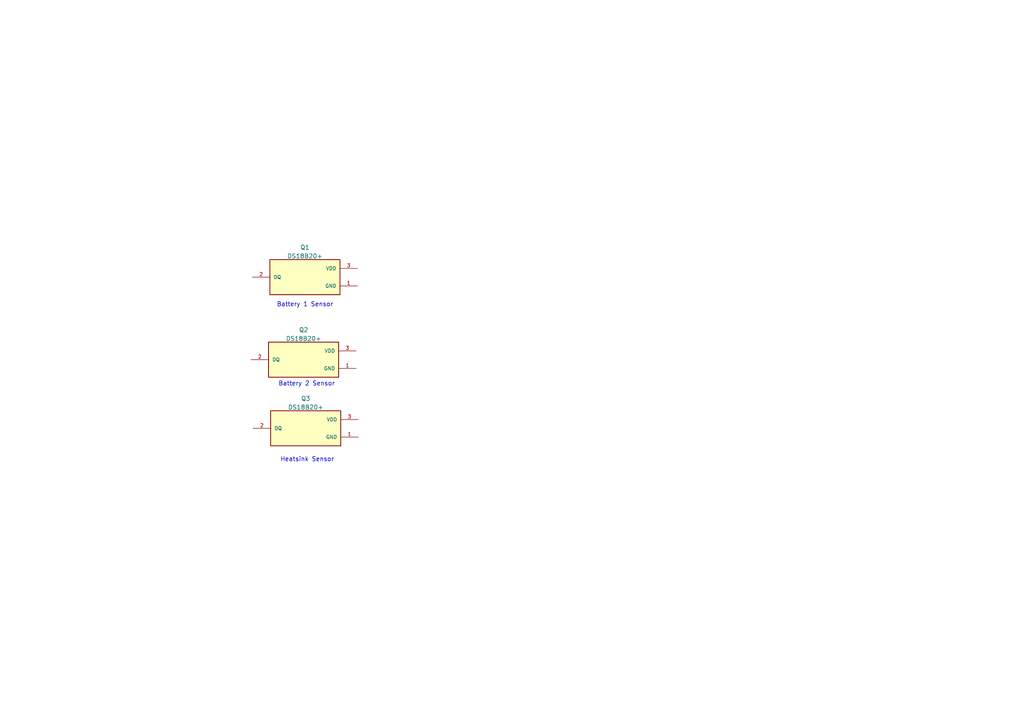
<source format=kicad_sch>
(kicad_sch (version 20230121) (generator eeschema)
  (paper "A4")
  (lib_symbols
    (symbol "DS18B20_:DS18B20+" (pin_names (offset 1.016))
      (property "Reference" "Q" (at -10.1612 5.5887 0))
      (property "Value" "DS18B20+" (at -10.1618 -8.1295 0))
      (symbol "DS18B20+_0_0"
        (rectangle (start -10.16 -5.08) (end 10.16 5.08) (stroke (width 0.254)) (fill (type background)))
        (pin power_in line (at 15.24 -2.54 180) (length 5.08) (name "GND") (number "1"))
        (pin bidirectional line (at -15.24 0 0) (length 5.08) (name "DQ") (number "2"))
        (pin power_in line (at 15.24 2.54 180) (length 5.08) (name "VDD") (number "3"))
      )
    )
  )
  (text "Heatsink Sensor\n" (at 81.28 134.0866 0) (effects (font (size 1.27 1.27)) (justify left bottom)))
  (text "Battery 1 Sensor\n" (at 80.2386 89.154 0) (effects (font (size 1.27 1.27)) (justify left bottom)))
  (text "Battery 2 Sensor\n\n" (at 80.7212 114.173 0) (effects (font (size 1.27 1.27)) (justify left bottom)))
  (symbol (lib_id "DS18B20_:DS18B20+") (at 88.4428 80.391 0) (unit 1)
    (property "Reference" "Q1" (at 88.4428 71.755 0))
    (property "Value" "DS18B20+" (at 88.4428 74.295 0))
    (property "Footprint" "TO-92" (effects hide))
    (property "MANUFACTURER" "Maxim Integrated" (effects hide))
  )
  (symbol (lib_id "DS18B20_:DS18B20+") (at 88.6714 124.2314 0) (unit 1)
    (property "Reference" "Q3" (at 88.6714 115.5954 0))
    (property "Value" "DS18B20+" (at 88.6714 118.1354 0))
    (property "Footprint" "TO-92" (effects hide))
    (property "MANUFACTURER" "Maxim Integrated" (effects hide))
  )
  (symbol (lib_id "DS18B20_:DS18B20+") (at 88.0618 104.3178 0) (unit 1)
    (property "Reference" "Q2" (at 88.0618 95.6818 0))
    (property "Value" "DS18B20+" (at 88.0618 98.2218 0))
    (property "Footprint" "TO-92" (effects hide))
    (property "MANUFACTURER" "Maxim Integrated" (effects hide))
  )
)
</source>
